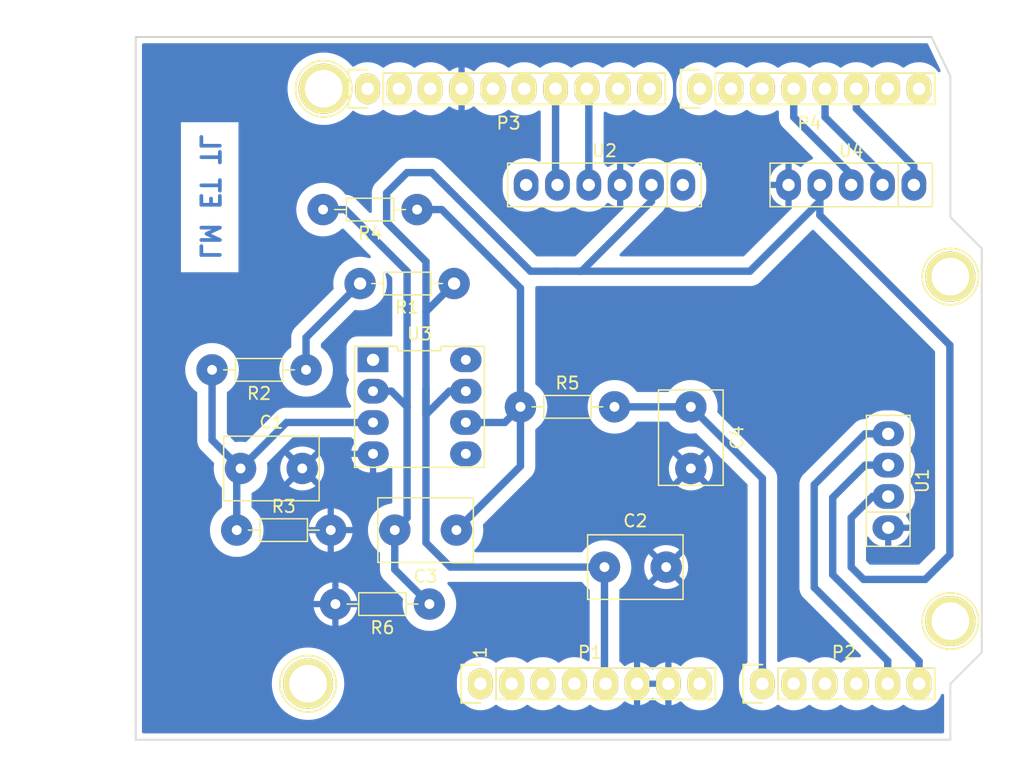
<source format=kicad_pcb>
(kicad_pcb (version 20211014) (generator pcbnew)
  (title_block (date "lun. 30 mars 2015"))
  (layers (0 "F.Cu" signal) (31 "B.Cu" signal) (34 "B.Paste" user) (35 "F.Paste" user) (36 "B.SilkS" user "B.Silkscreen") (37 "F.SilkS" user "F.Silkscreen") (38 "B.Mask" user) (39 "F.Mask" user) (44 "Edge.Cuts" user))
  (net 0 "")
  (net 1 "/IOREF")
  (net 2 "/Reset")
  (net 3 "+5V")
  (net 4 "GND")
  (net 5 "/Vin")
  (net 6 "Net-(C1-Pad1)")
  (net 7 "/A1")
  (net 8 "/A2")
  (net 9 "/A3")
  (net 10 "/AREF")
  (net 11 "Net-(C3-Pad1)")
  (net 12 "Net-(C3-Pad2)")
  (net 13 "/9(**)")
  (net 14 "/8")
  (net 15 "/7")
  (net 16 "/6(**)")
  (net 17 "/5(**)")
  (net 18 "ADC")
  (net 20 "SDA")
  (net 21 "/1(Tx)")
  (net 22 "/0(Rx)")
  (net 23 "SCK")
  (net 24 "TX")
  (net 27 "/13(SCK)")
  (net 30 "RX")
  (net 31 "/12(MISO)")
  (net 33 "CLK")
  (net 34 "DATA")
  (net 35 "SWITCH")
  (net 36 "Net-(R1-Pad2)")
  (footprint "Socket_Arduino_Uno:Socket_Strip_Arduino_1x08" (layer "F.Cu") (at 138.938 123.825)
    (fp_text reference "P1" (at 8.89 -2.54) (layer "F.SilkS"))
    (fp_text value "Power")
    (fp_line (start 19.05 1.27) (end 19.05 -1.27) (layer "F.SilkS") (width 0.15))
    (fp_line (start 1.27 1.27) (end 19.05 1.27) (layer "F.SilkS") (width 0.15))
    (fp_line (start 19.05 -1.27) (end 1.27 -1.27) (layer "F.SilkS") (width 0.15))
    (fp_line (start 0 -1.55) (end -1.55 -1.55) (layer "F.SilkS") (width 0.15))
    (fp_line (start -1.55 -1.55) (end -1.55 1.55) (layer "F.SilkS") (width 0.15))
    (fp_line (start -1.55 1.55) (end 0 1.55) (layer "F.SilkS") (width 0.15))
    (fp_line (start 1.27 1.27) (end 1.27 -1.27) (layer "F.SilkS") (width 0.15))
    (pad "1" thru_hole oval locked (at 0 0) (size 2 2.5) (drill 1.016) (layers *.Cu *.Mask "F.SilkS"))
    (pad "2" thru_hole oval locked (at 2.54 0) (size 2 2.5) (drill 1.016) (layers *.Cu *.Mask "F.SilkS") (net 1 "/IOREF"))
    (pad "3" thru_hole oval locked (at 5.08 0) (size 2 2.5) (drill 1.016) (layers *.Cu *.Mask "F.SilkS") (net 2 "/Reset"))
    (pad "4" thru_hole oval locked (at 7.62 0) (size 2 2.5) (drill 1.016) (layers *.Cu *.Mask "F.SilkS"))
    (pad "5" thru_hole oval locked (at 10.16 0) (size 2 2.5) (drill 1.016) (layers *.Cu *.Mask "F.SilkS") (net 3 "+5V"))
    (pad "6" thru_hole oval locked (at 12.7 0) (size 2 2.5) (drill 1.016) (layers *.Cu *.Mask "F.SilkS") (net 4 "GND"))
    (pad "7" thru_hole oval locked (at 15.24 0) (size 2 2.5) (drill 1.016) (layers *.Cu *.Mask "F.SilkS") (net 4 "GND"))
    (pad "8" thru_hole oval locked (at 17.78 0) (size 2 2.5) (drill 1.016) (layers *.Cu *.Mask "F.SilkS") (net 5 "/Vin"))
  )
  (footprint "Socket_Arduino_Uno:Socket_Strip_Arduino_1x06" (layer "F.Cu") (at 161.798 123.825)
    (fp_text reference "P2" (at 6.604 -2.54) (layer "F.SilkS"))
    (fp_text value "Analog")
    (fp_line (start 1.27 1.27) (end 1.27 -1.27) (layer "F.SilkS") (width 0.15))
    (fp_line (start 0 -1.55) (end -1.55 -1.55) (layer "F.SilkS") (width 0.15))
    (fp_line (start 13.97 -1.27) (end 1.27 -1.27) (layer "F.SilkS") (width 0.15))
    (fp_line (start 1.27 1.27) (end 13.97 1.27) (layer "F.SilkS") (width 0.15))
    (fp_line (start 13.97 1.27) (end 13.97 -1.27) (layer "F.SilkS") (width 0.15))
    (fp_line (start -1.55 -1.55) (end -1.55 1.55) (layer "F.SilkS") (width 0.15))
    (fp_line (start -1.55 1.55) (end 0 1.55) (layer "F.SilkS") (width 0.15))
    (pad "1" thru_hole oval locked (at 0 0) (size 2 2.5) (drill 1.016) (layers *.Cu *.Mask "F.SilkS") (net 18 "ADC"))
    (pad "2" thru_hole oval locked (at 2.54 0) (size 2 2.5) (drill 1.016) (layers *.Cu *.Mask "F.SilkS") (net 7 "/A1"))
    (pad "3" thru_hole oval locked (at 5.08 0) (size 2 2.5) (drill 1.016) (layers *.Cu *.Mask "F.SilkS") (net 8 "/A2"))
    (pad "4" thru_hole oval locked (at 7.62 0) (size 2 2.5) (drill 1.016) (layers *.Cu *.Mask "F.SilkS") (net 9 "/A3"))
    (pad "5" thru_hole oval locked (at 10.16 0) (size 2 2.5) (drill 1.016) (layers *.Cu *.Mask "F.SilkS") (net 20 "SDA"))
    (pad "6" thru_hole oval locked (at 12.7 0) (size 2 2.5) (drill 1.016) (layers *.Cu *.Mask "F.SilkS") (net 23 "SCK"))
  )
  (footprint "Socket_Arduino_Uno:Socket_Strip_Arduino_1x10" (layer "F.Cu") (at 129.794 75.565)
    (fp_text reference "P3" (at 11.43 2.794) (layer "F.SilkS"))
    (fp_text value "Digital")
    (fp_line (start -1.55 -1.55) (end -1.55 1.55) (layer "F.SilkS") (width 0.15))
    (fp_line (start 1.27 1.27) (end 24.13 1.27) (layer "F.SilkS") (width 0.15))
    (fp_line (start 24.13 1.27) (end 24.13 -1.27) (layer "F.SilkS") (width 0.15))
    (fp_line (start 24.13 -1.27) (end 1.27 -1.27) (layer "F.SilkS") (width 0.15))
    (fp_line (start 0 -1.55) (end -1.55 -1.55) (layer "F.SilkS") (width 0.15))
    (fp_line (start -1.55 1.55) (end 0 1.55) (layer "F.SilkS") (width 0.15))
    (fp_line (start 1.27 1.27) (end 1.27 -1.27) (layer "F.SilkS") (width 0.15))
    (pad "1" thru_hole oval locked (at 0 0) (size 2 2.5) (drill 1.016) (layers *.Cu *.Mask "F.SilkS") (net 23 "SCK"))
    (pad "2" thru_hole oval locked (at 2.54 0) (size 2 2.5) (drill 1.016) (layers *.Cu *.Mask "F.SilkS") (net 20 "SDA"))
    (pad "3" thru_hole oval locked (at 5.08 0) (size 2 2.5) (drill 1.016) (layers *.Cu *.Mask "F.SilkS") (net 10 "/AREF"))
    (pad "4" thru_hole oval locked (at 7.62 0) (size 2 2.5) (drill 1.016) (layers *.Cu *.Mask "F.SilkS") (net 4 "GND"))
    (pad "5" thru_hole oval locked (at 10.16 0) (size 2 2.5) (drill 1.016) (layers *.Cu *.Mask "F.SilkS") (net 27 "/13(SCK)"))
    (pad "6" thru_hole oval locked (at 12.7 0) (size 2 2.5) (drill 1.016) (layers *.Cu *.Mask "F.SilkS") (net 31 "/12(MISO)"))
    (pad "7" thru_hole oval locked (at 15.24 0) (size 2 2.5) (drill 1.016) (layers *.Cu *.Mask "F.SilkS") (net 24 "TX"))
    (pad "8" thru_hole oval locked (at 17.78 0) (size 2 2.5) (drill 1.016) (layers *.Cu *.Mask "F.SilkS") (net 30 "RX"))
    (pad "9" thru_hole oval locked (at 20.32 0) (size 2 2.5) (drill 1.016) (layers *.Cu *.Mask "F.SilkS") (net 13 "/9(**)"))
    (pad "10" thru_hole oval locked (at 22.86 0) (size 2 2.5) (drill 1.016) (layers *.Cu *.Mask "F.SilkS") (net 14 "/8"))
  )
  (footprint "Socket_Arduino_Uno:Socket_Strip_Arduino_1x08" (layer "F.Cu") (at 156.718 75.565)
    (fp_text reference "P4" (at 8.89 2.794) (layer "F.SilkS"))
    (fp_text value "Digital")
    (fp_line (start 19.05 -1.27) (end 1.27 -1.27) (layer "F.SilkS") (width 0.15))
    (fp_line (start -1.55 1.55) (end 0 1.55) (layer "F.SilkS") (width 0.15))
    (fp_line (start 1.27 1.27) (end 19.05 1.27) (layer "F.SilkS") (width 0.15))
    (fp_line (start 1.27 1.27) (end 1.27 -1.27) (layer "F.SilkS") (width 0.15))
    (fp_line (start 0 -1.55) (end -1.55 -1.55) (layer "F.SilkS") (width 0.15))
    (fp_line (start 19.05 1.27) (end 19.05 -1.27) (layer "F.SilkS") (width 0.15))
    (fp_line (start -1.55 -1.55) (end -1.55 1.55) (layer "F.SilkS") (width 0.15))
    (pad "1" thru_hole oval locked (at 0 0) (size 2 2.5) (drill 1.016) (layers *.Cu *.Mask "F.SilkS") (net 15 "/7"))
    (pad "2" thru_hole oval locked (at 2.54 0) (size 2 2.5) (drill 1.016) (layers *.Cu *.Mask "F.SilkS") (net 16 "/6(**)"))
    (pad "3" thru_hole oval locked (at 5.08 0) (size 2 2.5) (drill 1.016) (layers *.Cu *.Mask "F.SilkS") (net 17 "/5(**)"))
    (pad "4" thru_hole oval locked (at 7.62 0) (size 2 2.5) (drill 1.016) (layers *.Cu *.Mask "F.SilkS") (net 35 "SWITCH"))
    (pad "5" thru_hole oval locked (at 10.16 0) (size 2 2.5) (drill 1.016) (layers *.Cu *.Mask "F.SilkS") (net 34 "DATA"))
    (pad "6" thru_hole oval locked (at 12.7 0) (size 2 2.5) (drill 1.016) (layers *.Cu *.Mask "F.SilkS") (net 33 "CLK"))
    (pad "7" thru_hole oval locked (at 15.24 0) (size 2 2.5) (drill 1.016) (layers *.Cu *.Mask "F.SilkS") (net 21 "/1(Tx)"))
    (pad "8" thru_hole oval locked (at 17.78 0) (size 2 2.5) (drill 1.016) (layers *.Cu *.Mask "F.SilkS") (net 22 "/0(Rx)"))
  )
  (footprint "Socket_Arduino_Uno:Arduino_1pin" (layer "F.Cu") (at 124.968 123.825)
    (fp_text reference "P5" hide)
    (fp_text value "CONN_01X01" hide)
    (fp_circle (center 0 0) (end 0 -2.286) (layer "F.SilkS") (width 0.15) (fill none))
    (pad "1" thru_hole circle locked (at 0 0) (size 4.064 4.064) (drill 3.048) (layers *.Cu *.Mask "F.SilkS"))
  )
  (footprint "Socket_Arduino_Uno:Arduino_1pin" (layer "F.Cu") (at 177.038 118.745)
    (fp_text reference "P6" hide)
    (fp_text value "CONN_01X01" hide)
    (fp_circle (center 0 0) (end 0 -2.286) (layer "F.SilkS") (width 0.15) (fill none))
    (pad "1" thru_hole circle locked (at 0 0) (size 4.064 4.064) (drill 3.048) (layers *.Cu *.Mask "F.SilkS"))
  )
  (footprint "Socket_Arduino_Uno:Arduino_1pin" (layer "F.Cu") (at 126.238 75.565)
    (fp_text reference "P7" hide)
    (fp_text value "CONN_01X01" hide)
    (fp_circle (center 0 0) (end 0 -2.286) (layer "F.SilkS") (width 0.15) (fill none))
    (pad "1" thru_hole circle locked (at 0 0) (size 4.064 4.064) (drill 3.048) (layers *.Cu *.Mask "F.SilkS"))
  )
  (footprint "Socket_Arduino_Uno:Arduino_1pin" (layer "F.Cu") (at 177.038 90.805)
    (fp_text reference "P8" hide)
    (fp_text value "CONN_01X01" hide)
    (fp_circle (center 0 0) (end 0 -2.286) (layer "F.SilkS") (width 0.15) (fill none))
    (pad "1" thru_hole circle locked (at 0 0) (size 4.064 4.064) (drill 3.048) (layers *.Cu *.Mask "F.SilkS"))
  )
  (footprint "Resistor_THT:R_Axial_DIN0204_L3.6mm_D1.6mm_P7.62mm_Horizontal" (layer "F.Cu") (at 142.188 101.365)
    (fp_text reference "R5" (at 3.81 -1.92) (layer "F.SilkS"))
    (fp_text value "1k")
    (fp_line (start 5.73 0.92) (end 5.73 -0.92) (layer "F.SilkS") (width 0.12))
    (fp_line (start 5.73 -0.92) (end 1.89 -0.92) (layer "F.SilkS") (width 0.12))
    (fp_line (start 6.68 0) (end 5.73 0) (layer "F.SilkS") (width 0.12))
    (fp_line (start 1.89 -0.92) (end 1.89 0.92) (layer "F.SilkS") (width 0.12))
    (fp_line (start 1.89 0.92) (end 5.73 0.92) (layer "F.SilkS") (width 0.12))
    (fp_line (start 0.94 0) (end 1.89 0) (layer "F.SilkS") (width 0.12))
    (pad "1" thru_hole circle (at 0 0) (size 2.54 2.54) (drill 0.8) (layers *.Cu *.Mask) (net 11 "Net-(C3-Pad1)"))
    (pad "2" thru_hole oval (at 7.62 0) (size 2.54 2.54) (drill 0.8) (layers *.Cu *.Mask) (net 18 "ADC"))
  )
  (footprint "Resistor_THT:R_Axial_DIN0204_L3.6mm_D1.6mm_P7.62mm_Horizontal" (layer "F.Cu") (at 119.188 111.365)
    (fp_text reference "R3" (at 3.81 -1.92) (layer "F.SilkS"))
    (fp_text value "100k")
    (fp_line (start 5.73 0.92) (end 5.73 -0.92) (layer "F.SilkS") (width 0.12))
    (fp_line (start 0.94 0) (end 1.89 0) (layer "F.SilkS") (width 0.12))
    (fp_line (start 5.73 -0.92) (end 1.89 -0.92) (layer "F.SilkS") (width 0.12))
    (fp_line (start 6.68 0) (end 5.73 0) (layer "F.SilkS") (width 0.12))
    (fp_line (start 1.89 -0.92) (end 1.89 0.92) (layer "F.SilkS") (width 0.12))
    (fp_line (start 1.89 0.92) (end 5.73 0.92) (layer "F.SilkS") (width 0.12))
    (pad "1" thru_hole circle (at 0 0) (size 2.54 2.54) (drill 0.8) (layers *.Cu *.Mask) (net 6 "Net-(C1-Pad1)"))
    (pad "2" thru_hole oval (at 7.62 0) (size 2.54 2.54) (drill 0.8) (layers *.Cu *.Mask) (net 4 "GND"))
  )
  (footprint "Capacitor_THT:C_Disc_D7.5mm_W5.0mm_P5.00mm" (layer "F.Cu") (at 155.998 101.365 -90)
    (fp_text reference "C4" (at 2.5 -3.75 90) (layer "F.SilkS"))
    (fp_text value "100n")
    (fp_line (start -1.37 2.62) (end 6.37 2.62) (layer "F.SilkS") (width 0.12))
    (fp_line (start -1.37 -2.62) (end 6.37 -2.62) (layer "F.SilkS") (width 0.12))
    (fp_line (start 6.37 -2.62) (end 6.37 2.62) (layer "F.SilkS") (width 0.12))
    (fp_line (start -1.37 -2.62) (end -1.37 2.62) (layer "F.SilkS") (width 0.12))
    (pad "1" thru_hole circle (at 0 0 270) (size 2.54 2.54) (drill 0.8) (layers *.Cu *.Mask) (net 18 "ADC"))
    (pad "2" thru_hole circle (at 5 0 270) (size 2.54 2.54) (drill 0.8) (layers *.Cu *.Mask) (net 4 "GND"))
  )
  (footprint "Resistor_THT:R_Axial_DIN0204_L3.6mm_D1.6mm_P7.62mm_Horizontal" (layer "F.Cu") (at 124.808 98.365 180)
    (fp_text reference "R2" (at 3.81 -1.92) (layer "F.SilkS"))
    (fp_text value "10k")
    (fp_line (start 5.73 0.92) (end 5.73 -0.92) (layer "F.SilkS") (width 0.12))
    (fp_line (start 1.89 0.92) (end 5.73 0.92) (layer "F.SilkS") (width 0.12))
    (fp_line (start 6.68 0) (end 5.73 0) (layer "F.SilkS") (width 0.12))
    (fp_line (start 1.89 -0.92) (end 1.89 0.92) (layer "F.SilkS") (width 0.12))
    (fp_line (start 0.94 0) (end 1.89 0) (layer "F.SilkS") (width 0.12))
    (fp_line (start 5.73 -0.92) (end 1.89 -0.92) (layer "F.SilkS") (width 0.12))
    (pad "1" thru_hole circle (at 0 0 180) (size 2.54 2.54) (drill 0.8) (layers *.Cu *.Mask) (net 36 "Net-(R1-Pad2)"))
    (pad "2" thru_hole oval (at 7.62 0 180) (size 2.54 2.54) (drill 0.8) (layers *.Cu *.Mask) (net 6 "Net-(C1-Pad1)"))
  )
  (footprint "Shield_Mosh:Bluetooth" (layer "F.Cu") (at 148.998 83.365 180)
    (fp_text reference "U2" (at 0 2.77) (layer "F.SilkS"))
    (fp_text value "Bluetooth")
    (fp_line (start 7.85 1.77) (end -7.85 1.77) (layer "F.SilkS") (width 0.12))
    (fp_line (start 7.85 -1.77) (end 7.85 1.77) (layer "F.SilkS") (width 0.12))
    (fp_line (start -7.85 -1.77) (end 7.85 -1.77) (layer "F.SilkS") (width 0.12))
    (fp_line (start -5.08 -1.77) (end -5.08 1.77) (layer "F.SilkS") (width 0.12))
    (fp_line (start -7.85 1.77) (end -7.85 -1.77) (layer "F.SilkS") (width 0.12))
    (pad "1" thru_hole oval (at -6.35 0 180) (size 2 2.54) (drill 1) (layers *.Cu *.Mask))
    (pad "2" thru_hole oval (at -3.81 0 180) (size 2 2.54) (drill 1) (layers *.Cu *.Mask) (net 3 "+5V"))
    (pad "3" thru_hole oval (at -1.27 0 180) (size 2 2.54) (drill 1) (layers *.Cu *.Mask) (net 4 "GND"))
    (pad "4" thru_hole oval (at 1.27 0 180) (size 2 2.54) (drill 1) (layers *.Cu *.Mask) (net 30 "RX"))
    (pad "5" thru_hole oval (at 3.81 0 180) (size 2 2.54) (drill 1) (layers *.Cu *.Mask) (net 24 "TX"))
    (pad "6" thru_hole oval (at 6.35 0 180) (size 2 2.54) (drill 1) (layers *.Cu *.Mask))
  )
  (footprint "Shield_Mosh:OLED" (layer "F.Cu") (at 171.998 107.365 90)
    (fp_text reference "U1" (at 0 2.77 90) (layer "F.SilkS"))
    (fp_text value "OLED")
    (fp_line (start -5.31 1.77) (end -5.31 -1.77) (layer "F.SilkS") (width 0.12))
    (fp_line (start 5.31 1.77) (end -5.31 1.77) (layer "F.SilkS") (width 0.12))
    (fp_line (start -2.54 -1.77) (end -2.54 1.77) (layer "F.SilkS") (width 0.12))
    (fp_line (start 5.31 -1.77) (end 5.31 1.77) (layer "F.SilkS") (width 0.12))
    (fp_line (start -5.31 -1.77) (end 5.31 -1.77) (layer "F.SilkS") (width 0.12))
    (pad "1" thru_hole oval (at -3.81 0 90) (size 2 2.54) (drill 1) (layers *.Cu *.Mask) (net 4 "GND"))
    (pad "2" thru_hole oval (at -1.27 0 90) (size 2 2.54) (drill 1) (layers *.Cu *.Mask) (net 3 "+5V"))
    (pad "3" thru_hole oval (at 1.27 0 90) (size 2 2.54) (drill 1) (layers *.Cu *.Mask) (net 23 "SCK"))
    (pad "4" thru_hole oval (at 3.81 0 90) (size 2 2.54) (drill 1) (layers *.Cu *.Mask) (net 20 "SDA"))
  )
  (footprint "Resistor_THT:R_Axial_DIN0204_L3.6mm_D1.6mm_P7.62mm_Horizontal" (layer "F.Cu") (at 136.808 91.365 180)
    (fp_text reference "R1" (at 3.81 -1.92) (layer "F.SilkS"))
    (fp_text value "Rsensor")
    (fp_line (start 0.94 0) (end 1.89 0) (layer "F.SilkS") (width 0.12))
    (fp_line (start 5.73 -0.92) (end 1.89 -0.92) (layer "F.SilkS") (width 0.12))
    (fp_line (start 1.89 -0.92) (end 1.89 0.92) (layer "F.SilkS") (width 0.12))
    (fp_line (start 1.89 0.92) (end 5.73 0.92) (layer "F.SilkS") (width 0.12))
    (fp_line (start 5.73 0.92) (end 5.73 -0.92) (layer "F.SilkS") (width 0.12))
    (fp_line (start 6.68 0) (end 5.73 0) (layer "F.SilkS") (width 0.12))
    (pad "1" thru_hole circle (at 0 0 180) (size 2.54 2.54) (drill 1) (layers *.Cu *.Mask) (net 3 "+5V"))
    (pad "2" thru_hole oval (at 7.62 0 180) (size 2.54 2.54) (drill 1) (layers *.Cu *.Mask) (net 36 "Net-(R1-Pad2)"))
  )
  (footprint "Capacitor_THT:C_Disc_D7.5mm_W5.0mm_P5.00mm" (layer "F.Cu") (at 136.998 111.365 180)
    (fp_text reference "C3" (at 2.5 -3.75) (layer "F.SilkS"))
    (fp_text value "1u")
    (fp_line (start 6.37 -2.62) (end 6.37 2.62) (layer "F.SilkS") (width 0.12))
    (fp_line (start -1.37 -2.62) (end -1.37 2.62) (layer "F.SilkS") (width 0.12))
    (fp_line (start -1.37 2.62) (end 6.37 2.62) (layer "F.SilkS") (width 0.12))
    (fp_line (start -1.37 -2.62) (end 6.37 -2.62) (layer "F.SilkS") (width 0.12))
    (pad "1" thru_hole circle (at 0 0 180) (size 2.54 2.54) (drill 0.8) (layers *.Cu *.Mask) (net 11 "Net-(C3-Pad1)"))
    (pad "2" thru_hole circle (at 5 0 180) (size 2.54 2.54) (drill 0.8) (layers *.Cu *.Mask) (net 12 "Net-(C3-Pad2)"))
  )
  (footprint "Resistor_THT:R_Axial_DIN0204_L3.6mm_D1.6mm_P7.62mm_Horizontal" (layer "F.Cu") (at 134.808 117.365 180)
    (fp_text reference "R6" (at 3.81 -1.92) (layer "F.SilkS"))
    (fp_text value "1k")
    (fp_line (start 5.73 -0.92) (end 1.89 -0.92) (layer "F.SilkS") (width 0.12))
    (fp_line (start 6.68 0) (end 5.73 0) (layer "F.SilkS") (width 0.12))
    (fp_line (start 0.94 0) (end 1.89 0) (layer "F.SilkS") (width 0.12))
    (fp_line (start 1.89 -0.92) (end 1.89 0.92) (layer "F.SilkS") (width 0.12))
    (fp_line (start 5.73 0.92) (end 5.73 -0.92) (layer "F.SilkS") (width 0.12))
    (fp_line (start 1.89 0.92) (end 5.73 0.92) (layer "F.SilkS") (width 0.12))
    (pad "1" thru_hole circle (at 0 0 180) (size 2.54 2.54) (drill 0.8) (layers *.Cu *.Mask) (net 12 "Net-(C3-Pad2)"))
    (pad "2" thru_hole oval (at 7.62 0 180) (size 2.54 2.54) (drill 0.8) (layers *.Cu *.Mask) (net 4 "GND"))
  )
  (footprint "Capacitor_THT:C_Disc_D7.5mm_W5.0mm_P5.00mm" (layer "F.Cu") (at 119.498 106.365)
    (fp_text reference "C1" (at 2.5 -3.75) (layer "F.SilkS"))
    (fp_text value "100n")
    (fp_line (start -1.37 -2.62) (end 6.37 -2.62) (layer "F.SilkS") (width 0.12))
    (fp_line (start -1.37 -2.62) (end -1.37 2.62) (layer "F.SilkS") (width 0.12))
    (fp_line (start 6.37 -2.62) (end 6.37 2.62) (layer "F.SilkS") (width 0.12))
    (fp_line (start -1.37 2.62) (end 6.37 2.62) (layer "F.SilkS") (width 0.12))
    (pad "1" thru_hole circle (at 0 0) (size 2.54 2.54) (drill 0.8) (layers *.Cu *.Mask) (net 6 "Net-(C1-Pad1)"))
    (pad "2" thru_hole circle (at 5 0) (size 2.54 2.54) (drill 0.8) (layers *.Cu *.Mask) (net 4 "GND"))
  )
  (footprint "Shield_Mosh:Encodeur_ROT" (layer "F.Cu") (at 168.998 83.365 180)
    (fp_text reference "U4" (at 0 2.77) (layer "F.SilkS"))
    (fp_text value "Encodeur_ROT")
    (fp_line (start 6.58 -1.77) (end 6.58 1.77) (layer "F.SilkS") (width 0.12))
    (fp_line (start 6.58 1.77) (end -6.58 1.77) (layer "F.SilkS") (width 0.12))
    (fp_line (start -6.58 -1.77) (end 6.58 -1.77) (layer "F.SilkS") (width 0.12))
    (fp_line (start -6.58 1.77) (end -6.58 -1.77) (layer "F.SilkS") (width 0.12))
    (fp_line (start -3.81 -1.77) (end -3.81 1.77) (layer "F.SilkS") (width 0.12))
    (pad "1" thru_hole oval (at -5.08 0 180) (size 2 2.54) (drill 1) (layers *.Cu *.Mask) (net 33 "CLK"))
    (pad "2" thru_hole oval (at -2.54 0 180) (size 2 2.54) (drill 1) (layers *.Cu *.Mask) (net 34 "DATA"))
    (pad "3" thru_hole oval (at 0 0 180) (size 2 2.54) (drill 1) (layers *.Cu *.Mask) (net 35 "SWITCH"))
    (pad "4" thru_hole oval (at 2.54 0 180) (size 2 2.54) (drill 1) (layers *.Cu *.Mask) (net 3 "+5V"))
    (pad "5" thru_hole oval (at 5.08 0 180) (size 2 2.54) (drill 1) (layers *.Cu *.Mask) (net 4 "GND"))
  )
  (footprint "Shield_Mosh:LTC1050" (layer "F.Cu") (at 133.998 101.365 -90)
    (fp_text reference "U3" (at -5.91 0) (layer "F.SilkS"))
    (fp_text value "LTC1050")
    (fp_line (start -4.55 1.753333) (end -4.91 1.753333) (layer "F.SilkS") (width 0.12))
    (fp_line (start -4.55 -1.753333) (end -4.55 1.753333) (layer "F.SilkS") (width 0.12))
    (fp_line (start 4.91 5.26) (end 4.91 -5.26) (layer "F.SilkS") (width 0.12))
    (fp_line (start -4.91 5.26) (end 4.91 5.26) (layer "F.SilkS") (width 0.12))
    (fp_line (start -4.91 1.753333) (end -4.91 5.26) (layer "F.SilkS") (width 0.12))
    (fp_line (start -4.91 -1.753333) (end -4.55 -1.753333) (layer "F.SilkS") (width 0.12))
    (fp_line (start -4.91 -5.26) (end -4.91 -1.753333) (layer "F.SilkS") (width 0.12))
    (fp_line (start 4.91 -5.26) (end -4.91 -5.26) (layer "F.SilkS") (width 0.12))
    (pad "1" thru_hole rect (at -3.81 3.76 270) (size 2 2.5) (drill 1) (layers *.Cu *.Mask))
    (pad "2" thru_hole oval (at -1.27 3.76 270) (size 2 2.54) (drill 0.8) (layers *.Cu *.Mask) (net 12 "Net-(C3-Pad2)"))
    (pad "3" thru_hole oval (at 1.27 3.76 270) (size 2 2.54) (drill 0.8) (layers *.Cu *.Mask) (net 6 "Net-(C1-Pad1)"))
    (pad "4" thru_hole oval (at 3.81 3.76 270) (size 2 2.54) (drill 0.8) (layers *.Cu *.Mask) (net 4 "GND"))
    (pad "5" thru_hole oval (at 3.81 -3.76 270) (size 2 2.54) (drill 0.8) (layers *.Cu *.Mask))
    (pad "6" thru_hole oval (at 1.27 -3.76 270) (size 2 2.54) (drill 0.8) (layers *.Cu *.Mask "F.Adhes") (net 11 "Net-(C3-Pad1)"))
    (pad "7" thru_hole oval (at -1.27 -3.76 270) (size 2 2.54) (drill 0.8) (layers *.Cu *.Mask) (net 3 "+5V"))
    (pad "8" thru_hole oval (at -3.81 -3.76 270) (size 2 2.54) (drill 0.8) (layers *.Cu *.Mask))
  )
  (footprint "Capacitor_THT:C_Disc_D7.5mm_W5.0mm_P5.00mm" (layer "F.Cu") (at 148.998 114.365)
    (fp_text reference "C2" (at 2.5 -3.75) (layer "F.SilkS"))
    (fp_text value "100n")
    (fp_line (start -1.37 -2.62) (end -1.37 2.62) (layer "F.SilkS") (width 0.12))
    (fp_line (start 6.37 -2.62) (end 6.37 2.62) (layer "F.SilkS") (width 0.12))
    (fp_line (start -1.37 -2.62) (end 6.37 -2.62) (layer "F.SilkS") (width 0.12))
    (fp_line (start -1.37 2.62) (end 6.37 2.62) (layer "F.SilkS") (width 0.12))
    (pad "1" thru_hole circle (at 0 0) (size 2.54 2.54) (drill 0.8) (layers *.Cu *.Mask) (net 3 "+5V"))
    (pad "2" thru_hole circle (at 5 0) (size 2.54 2.54) (drill 0.8) (layers *.Cu *.Mask) (net 4 "GND"))
  )
  (footprint "Resistor_THT:R_Axial_DIN0204_L3.6mm_D1.6mm_P7.62mm_Horizontal" (layer "F.Cu") (at 133.808 85.365 180)
    (fp_text reference "R4" (at 3.81 -1.92) (layer "F.SilkS"))
    (fp_text value "100k")
    (fp_line (start 0.94 0) (end 1.89 0) (layer "F.SilkS") (width 0.12))
    (fp_line (start 5.73 0.92) (end 5.73 -0.92) (layer "F.SilkS") (width 0.12))
    (fp_line (start 6.68 0) (end 5.73 0) (layer "F.SilkS") (width 0.12))
    (fp_line (start 5.73 -0.92) (end 1.89 -0.92) (layer "F.SilkS") (width 0.12))
    (fp_line (start 1.89 -0.92) (end 1.89 0.92) (layer "F.SilkS") (width 0.12))
    (fp_line (start 1.89 0.92) (end 5.73 0.92) (layer "F.SilkS") (width 0.12))
    (pad "1" thru_hole circle (at 0 0 180) (size 2.54 2.54) (drill 0.8) (layers *.Cu *.Mask) (net 11 "Net-(C3-Pad1)"))
    (pad "2" thru_hole oval (at 7.62 0 180) (size 2.54 2.54) (drill 0.8) (layers *.Cu *.Mask) (net 12 "Net-(C3-Pad2)"))
  )
  (gr_line (start 179.578 88.519) (end 177.038 85.979) (layer "Edge.Cuts") (width 0.15))
  (gr_line (start 177.038 128.365) (end 177.038 123.825) (layer "Edge.Cuts") (width 0.15))
  (gr_line (start 177.038 74.549) (end 175.514 71.365) (layer "Edge.Cuts") (width 0.15))
  (gr_line (start 177.038 123.825) (end 179.578 121.285) (layer "Edge.Cuts") (width 0.15))
  (gr_line (start 110.998 71.365) (end 110.998 128.365) (layer "Edge.Cuts") (width 0.15))
  (gr_line (start 179.578 121.285) (end 179.578 88.519) (layer "Edge.Cuts") (width 0.15))
  (gr_line (start 110.998 128.365) (end 177.038 128.365) (layer "Edge.Cuts") (width 0.15))
  (gr_line (start 175.514 71.365) (end 110.998 71.365) (layer "Edge.Cuts") (width 0.15))
  (gr_line (start 177.038 85.979) (end 177.038 74.549) (layer "Edge.Cuts") (width 0.15))
  (gr_text "LM ET TL" (at 116.998 84.365 270) (layer "B.Cu") (effects (font (size 1.5 1.5) (thickness 0.3)) (justify mirror)))
  (gr_text "1" (at 138.938 121.285 90) (layer "F.SilkS") (effects (font (size 1 1))))
  (segment (start 168.998 114.365) (end 168.998 110.365) (width 0.6) (layer "B.Cu") (net 3))
  (segment (start 134.528489 99.895489) (end 134.528489 100.895489) (width 0.6) (layer "B.Cu") (net 3))
  (segment (start 148.998 114.365) (end 148.998 123.725) (width 0.6) (layer "B.Cu") (net 3))
  (segment (start 134.528489 89.577906) (end 131.338489 86.387906) (width 0.6) (layer "B.Cu") (net 3))
  (segment (start 169.998 115.365) (end 168.998 114.365) (width 0.6) (layer "B.Cu") (net 3))
  (segment (start 152.808 84.695) (end 152.808 83.365) (width 0.6) (layer "B.Cu") (net 3))
  (segment (start 134.528489 93.644511) (end 134.528489 99.895489) (width 0.6) (layer "B.Cu") (net 3))
  (segment (start 136.428 100.095) (end 134.528489 101.994511) (width 0.6) (layer "B.Cu") (net 3))
  (segment (start 146.998 90.365) (end 147.138 90.365) (width 0.6) (layer "B.Cu") (net 3))
  (segment (start 176.998 96.365) (end 176.998 113.365) (width 0.6) (layer "B.Cu") (net 3))
  (segment (start 147.138 90.365) (end 152.808 84.695) (width 0.6) (layer "B.Cu") (net 3))
  (segment (start 148.998 114.365) (end 136.505583 114.365) (width 0.6) (layer "B.Cu") (net 3))
  (segment (start 142.998 90.365) (end 144.998 90.365) (width 0.6) (layer "B.Cu") (net 3))
  (segment (start 170.728 108.635) (end 171.998 108.635) (width 0.6) (layer "B.Cu") (net 3))
  (segment (start 166.458 83.365) (end 166.458 84.695) (width 0.6) (layer "B.Cu") (net 3))
  (segment (start 166.458 84.695) (end 160.788 90.365) (width 0.6) (layer "B.Cu") (net 3))
  (segment (start 134.528489 100.895489) (end 134.528489 101.994511) (width 0.6) (layer "B.Cu") (net 3))
  (segment (start 166.458 85.825) (end 176.998 96.365) (width 0.6) (layer "B.Cu") (net 3))
  (segment (start 134.528489 93.644511) (end 134.528489 89.577906) (width 0.6) (layer "B.Cu") (net 3))
  (segment (start 132.998 82.365) (end 134.998 82.365) (width 0.6) (layer "B.Cu") (net 3))
  (segment (start 176.998 113.365) (end 174.998 115.365) (width 0.6) (layer "B.Cu") (net 3))
  (segment (start 144.998 90.365) (end 146.998 90.365) (width 0.6) (layer "B.Cu") (net 3))
  (segment (start 136.808 91.365) (end 134.528489 93.644511) (width 0.6) (layer "B.Cu") (net 3))
  (segment (start 137.758 100.095) (end 136.428 100.095) (width 0.6) (layer "B.Cu") (net 3))
  (segment (start 166.458 83.365) (end 166.458 85.825) (width 0.6) (layer "B.Cu") (net 3))
  (segment (start 134.998 82.365) (end 142.998 90.365) (width 0.6) (layer "B.Cu") (net 3))
  (segment (start 134.528489 112.387906) (end 134.528489 99.895489) (width 0.6) (layer "B.Cu") (net 3))
  (segment (start 136.505583 114.365) (end 134.528489 112.387906) (width 0.6) (layer "B.Cu") (net 3))
  (segment (start 160.788 90.365) (end 146.998 90.365) (width 0.6) (layer "B.Cu") (net 3))
  (segment (start 168.998 110.365) (end 170.728 108.635) (width 0.6) (layer "B.Cu") (net 3))
  (segment (start 131.338489 86.387906) (end 131.338489 84.024511) (width 0.6) (layer "B.Cu") (net 3))
  (segment (start 174.998 115.365) (end 169.998 115.365) (width 0.6) (layer "B.Cu") (net 3))
  (segment (start 131.338489 84.024511) (end 132.998 82.365) (width 0.6) (layer "B.Cu") (net 3))
  (segment (start 148.998 123.725) (end 149.098 123.825) (width 0.6) (layer "B.Cu") (net 3))
  (segment (start 123.228 102.635) (end 119.498 106.365) (width 0.6) (layer "B.Cu") (net 6))
  (segment (start 117.188 104.055) (end 119.498 106.365) (width 0.6) (layer "B.Cu") (net 6))
  (segment (start 119.188 111.365) (end 119.188 106.675) (width 0.6) (layer "B.Cu") (net 6))
  (segment (start 119.188 106.675) (end 119.498 106.365) (width 0.6) (layer "B.Cu") (net 6))
  (segment (start 117.188 98.365) (end 117.188 104.055) (width 0.6) (layer "B.Cu") (net 6))
  (segment (start 130.238 102.635) (end 123.228 102.635) (width 0.6) (layer "B.Cu") (net 6))
  (segment (start 142.188 101.365) (end 140.918 102.635) (width 0.6) (layer "B.Cu") (net 11))
  (segment (start 135.808 85.365) (end 142.188 91.745) (width 0.6) (layer "B.Cu") (net 11))
  (segment (start 133.808 85.365) (end 135.808 85.365) (width 0.6) (layer "B.Cu") (net 11))
  (segment (start 142.188 106.175) (end 142.188 101.365) (width 0.6) (layer "B.Cu") (net 11))
  (segment (start 142.188 91.745) (end 142.188 101.365) (width 0.6) (layer "B.Cu") (net 11))
  (segment (start 140.918 102.635) (end 137.758 102.635) (width 0.6) (layer "B.Cu") (net 11))
  (segment (start 136.998 111.365) (end 142.188 106.175) (width 0.6) (layer "B.Cu") (net 11))
  (segment (start 132.998 90.378949) (end 132.998 101.365) (width 0.6) (layer "B.Cu") (net 12))
  (segment (start 130.238 100.095) (end 131.728 100.095) (width 0.6) (layer "B.Cu") (net 12))
  (segment (start 131.728 100.095) (end 132.998 101.365) (width 0.6) (layer "B.Cu") (net 12))
  (segment (start 134.808 117.365) (end 131.998 114.555) (width 0.6) (layer "B.Cu") (net 12))
  (segment (start 131.998 114.555) (end 131.998 111.365) (width 0.6) (layer "B.Cu") (net 12))
  (segment (start 126.188 85.365) (end 127.984051 85.365) (width 0.6) (layer "B.Cu") (net 12))
  (segment (start 127.984051 85.365) (end 132.998 90.378949) (width 0.6) (layer "B.Cu") (net 12))
  (segment (start 132.998 110.365) (end 131.998 111.365) (width 0.6) (layer "B.Cu") (net 12))
  (segment (start 132.998 101.365) (end 132.998 110.365) (width 0.6) (layer "B.Cu") (net 12))
  (segment (start 155.998 101.365) (end 161.798 107.165) (width 0.6) (layer "B.Cu") (net 18))
  (segment (start 161.798 107.165) (end 161.798 123.825) (width 0.6) (layer "B.Cu") (net 18))
  (segment (start 155.998 101.365) (end 149.808 101.365) (width 0.6) (layer "B.Cu") (net 18))
  (segment (start 170.128 103.555) (end 165.99898 107.68402) (width 0.6) (layer "B.Cu") (net 20))
  (segment (start 165.99898 107.68402) (end 165.99898 116.01598) (width 0.6) (layer "B.Cu") (net 20))
  (segment (start 171.958 121.975) (end 171.958 123.825) (width 0.6) (layer "B.Cu") (net 20))
  (segment (start 171.998 103.555) (end 170.128 103.555) (width 0.6) (layer "B.Cu") (net 20))
  (segment (start 165.99898 116.01598) (end 171.958 121.975) (width 0.6) (layer "B.Cu") (net 20))
  (segment (start 167.49849 114.986118) (end 174.498 121.985628) (width 0.6) (layer "B.Cu") (net 23))
  (segment (start 171.998 106.095) (end 170.128 106.095) (width 0.6) (layer "B.Cu") (net 23))
  (segment (start 170.128 106.095) (end 167.49849 108.72451) (width 0.6) (layer "B.Cu") (net 23))
  (segment (start 174.498 121.985628) (end 174.498 123.825) (width 0.6) (layer "B.Cu") (net 23))
  (segment (start 167.49849 108.72451) (end 167.49849 114.986118) (width 0.6) (layer "B.Cu") (net 23))
  (segment (start 145.034 83.211) (end 145.188 83.365) (width 0.6) (layer "B.Cu") (net 24))
  (segment (start 145.034 75.565) (end 145.034 83.211) (width 0.6) (layer "B.Cu") (net 24))
  (segment (start 147.728 75.719) (end 147.574 75.565) (width 0.6) (layer "B.Cu") (net 30))
  (segment (start 147.728 83.365) (end 147.728 75.719) (width 0.6) (layer "B.Cu") (net 30))
  (segment (start 169.418 77.181) (end 174.078 81.841) (width 0.6) (layer "B.Cu") (net 33))
  (segment (start 169.418 75.565) (end 169.418 77.181) (width 0.6) (layer "B.Cu") (net 33))
  (segment (start 174.078 81.841) (end 174.078 83.365) (width 0.6) (layer "B.Cu") (net 33))
  (segment (start 171.538 82.524409) (end 171.538 83.365) (width 0.6) (layer "B.Cu") (net 34))
  (segment (start 166.878 75.565) (end 166.878 77.864409) (width 0.6) (layer "B.Cu") (net 34))
  (segment (start 166.878 77.864409) (end 171.538 82.524409) (width 0.6) (layer "B.Cu") (net 34))
  (segment (start 168.998 82.524409) (end 168.998 83.365) (width 0.6) (layer "B.Cu") (net 35))
  (segment (start 164.338 77.864409) (end 168.998 82.524409) (width 0.6) (layer "B.Cu") (net 35))
  (segment (start 164.338 75.565) (end 164.338 77.864409) (width 0.6) (layer "B.Cu") (net 35))
  (segment (start 124.808 98.365) (end 124.808 95.745) (width 0.6) (layer "B.Cu") (net 36))
  (segment (start 124.808 95.745) (end 129.188 91.365) (width 0.6) (layer "B.Cu") (net 36))
  (zone (net 4) (net_name "GND") (layer "B.Cu") (connect_pads (clearance 0.508)) (min_thickness 0.254) (fill yes (thermal_gap 0.508) (thermal_bridge_width 0.508))
    (polygon (pts (xy 183.022094 69.36529) (xy 182.998 129.365) (xy 99.998 130.365) (xy 100.022094 68.36529)))
  )
)
</source>
